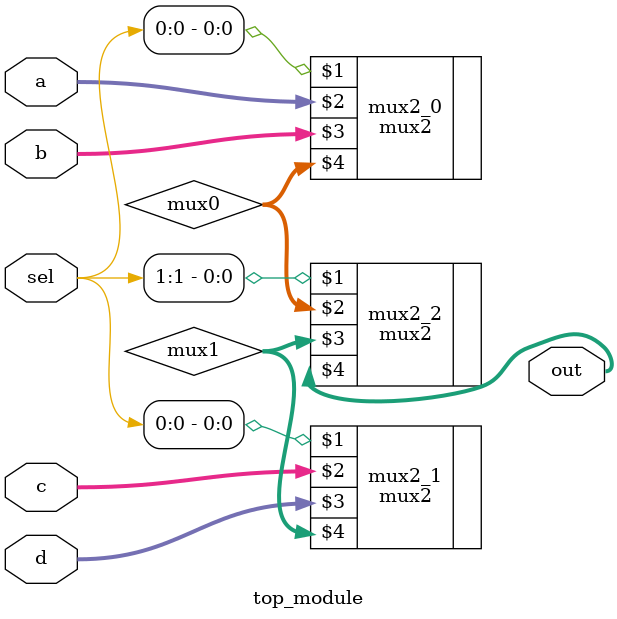
<source format=v>
module top_module (
    input [1:0] sel,
    input [7:0] a,
    input [7:0] b,
    input [7:0] c,
    input [7:0] d,
    output [7:0] out  ); //

    wire [7:0] mux0, mux1;
    mux2 mux2_0 ( sel[0],    a,    b, mux0 );
    mux2 mux2_1 ( sel[0],    c,    d, mux1 );
    mux2 mux2_2 ( sel[1], mux0, mux1,  out );

endmodule

</source>
